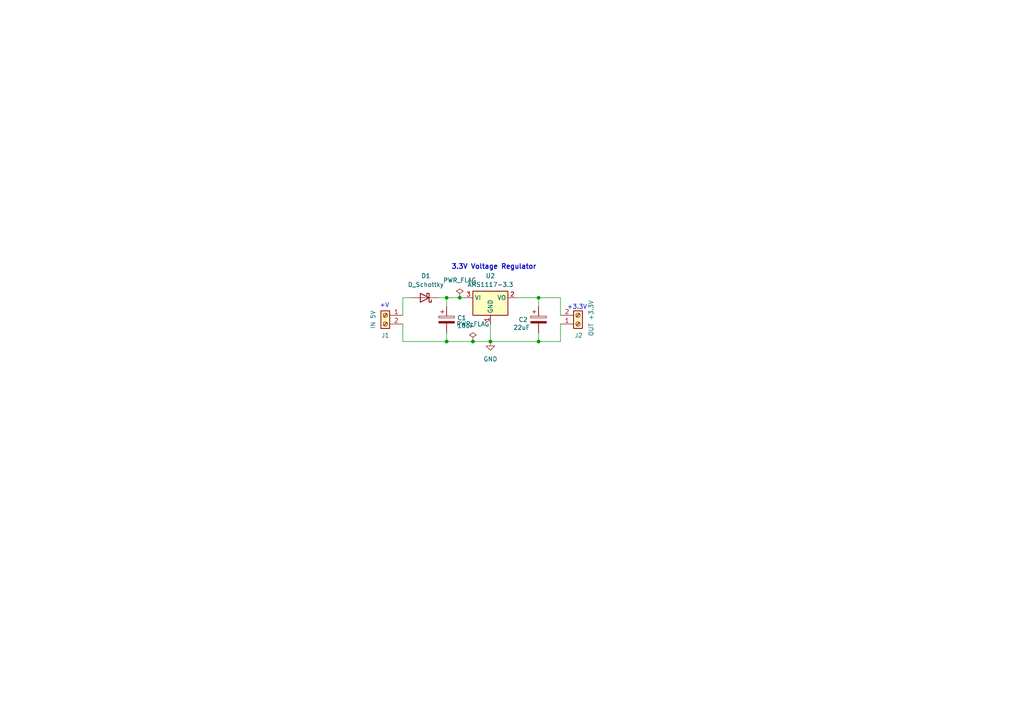
<source format=kicad_sch>
(kicad_sch
	(version 20250114)
	(generator "eeschema")
	(generator_version "9.0")
	(uuid "5e019231-7d63-4ac1-921f-60ce626fa473")
	(paper "A4")
	(lib_symbols
		(symbol "Connector:Screw_Terminal_01x02"
			(pin_names
				(offset 1.016)
				(hide yes)
			)
			(exclude_from_sim no)
			(in_bom yes)
			(on_board yes)
			(property "Reference" "J"
				(at 0 2.54 0)
				(effects
					(font
						(size 1.27 1.27)
					)
				)
			)
			(property "Value" "Screw_Terminal_01x02"
				(at 0 -5.08 0)
				(effects
					(font
						(size 1.27 1.27)
					)
				)
			)
			(property "Footprint" ""
				(at 0 0 0)
				(effects
					(font
						(size 1.27 1.27)
					)
					(hide yes)
				)
			)
			(property "Datasheet" "~"
				(at 0 0 0)
				(effects
					(font
						(size 1.27 1.27)
					)
					(hide yes)
				)
			)
			(property "Description" "Generic screw terminal, single row, 01x02, script generated (kicad-library-utils/schlib/autogen/connector/)"
				(at 0 0 0)
				(effects
					(font
						(size 1.27 1.27)
					)
					(hide yes)
				)
			)
			(property "ki_keywords" "screw terminal"
				(at 0 0 0)
				(effects
					(font
						(size 1.27 1.27)
					)
					(hide yes)
				)
			)
			(property "ki_fp_filters" "TerminalBlock*:*"
				(at 0 0 0)
				(effects
					(font
						(size 1.27 1.27)
					)
					(hide yes)
				)
			)
			(symbol "Screw_Terminal_01x02_1_1"
				(rectangle
					(start -1.27 1.27)
					(end 1.27 -3.81)
					(stroke
						(width 0.254)
						(type default)
					)
					(fill
						(type background)
					)
				)
				(polyline
					(pts
						(xy -0.5334 0.3302) (xy 0.3302 -0.508)
					)
					(stroke
						(width 0.1524)
						(type default)
					)
					(fill
						(type none)
					)
				)
				(polyline
					(pts
						(xy -0.5334 -2.2098) (xy 0.3302 -3.048)
					)
					(stroke
						(width 0.1524)
						(type default)
					)
					(fill
						(type none)
					)
				)
				(polyline
					(pts
						(xy -0.3556 0.508) (xy 0.508 -0.3302)
					)
					(stroke
						(width 0.1524)
						(type default)
					)
					(fill
						(type none)
					)
				)
				(polyline
					(pts
						(xy -0.3556 -2.032) (xy 0.508 -2.8702)
					)
					(stroke
						(width 0.1524)
						(type default)
					)
					(fill
						(type none)
					)
				)
				(circle
					(center 0 0)
					(radius 0.635)
					(stroke
						(width 0.1524)
						(type default)
					)
					(fill
						(type none)
					)
				)
				(circle
					(center 0 -2.54)
					(radius 0.635)
					(stroke
						(width 0.1524)
						(type default)
					)
					(fill
						(type none)
					)
				)
				(pin passive line
					(at -5.08 0 0)
					(length 3.81)
					(name "Pin_1"
						(effects
							(font
								(size 1.27 1.27)
							)
						)
					)
					(number "1"
						(effects
							(font
								(size 1.27 1.27)
							)
						)
					)
				)
				(pin passive line
					(at -5.08 -2.54 0)
					(length 3.81)
					(name "Pin_2"
						(effects
							(font
								(size 1.27 1.27)
							)
						)
					)
					(number "2"
						(effects
							(font
								(size 1.27 1.27)
							)
						)
					)
				)
			)
			(embedded_fonts no)
		)
		(symbol "Device:C_Polarized"
			(pin_numbers
				(hide yes)
			)
			(pin_names
				(offset 0.254)
			)
			(exclude_from_sim no)
			(in_bom yes)
			(on_board yes)
			(property "Reference" "C"
				(at 0.635 2.54 0)
				(effects
					(font
						(size 1.27 1.27)
					)
					(justify left)
				)
			)
			(property "Value" "C_Polarized"
				(at 0.635 -2.54 0)
				(effects
					(font
						(size 1.27 1.27)
					)
					(justify left)
				)
			)
			(property "Footprint" ""
				(at 0.9652 -3.81 0)
				(effects
					(font
						(size 1.27 1.27)
					)
					(hide yes)
				)
			)
			(property "Datasheet" "~"
				(at 0 0 0)
				(effects
					(font
						(size 1.27 1.27)
					)
					(hide yes)
				)
			)
			(property "Description" "Polarized capacitor"
				(at 0 0 0)
				(effects
					(font
						(size 1.27 1.27)
					)
					(hide yes)
				)
			)
			(property "ki_keywords" "cap capacitor"
				(at 0 0 0)
				(effects
					(font
						(size 1.27 1.27)
					)
					(hide yes)
				)
			)
			(property "ki_fp_filters" "CP_*"
				(at 0 0 0)
				(effects
					(font
						(size 1.27 1.27)
					)
					(hide yes)
				)
			)
			(symbol "C_Polarized_0_1"
				(rectangle
					(start -2.286 0.508)
					(end 2.286 1.016)
					(stroke
						(width 0)
						(type default)
					)
					(fill
						(type none)
					)
				)
				(polyline
					(pts
						(xy -1.778 2.286) (xy -0.762 2.286)
					)
					(stroke
						(width 0)
						(type default)
					)
					(fill
						(type none)
					)
				)
				(polyline
					(pts
						(xy -1.27 2.794) (xy -1.27 1.778)
					)
					(stroke
						(width 0)
						(type default)
					)
					(fill
						(type none)
					)
				)
				(rectangle
					(start 2.286 -0.508)
					(end -2.286 -1.016)
					(stroke
						(width 0)
						(type default)
					)
					(fill
						(type outline)
					)
				)
			)
			(symbol "C_Polarized_1_1"
				(pin passive line
					(at 0 3.81 270)
					(length 2.794)
					(name "~"
						(effects
							(font
								(size 1.27 1.27)
							)
						)
					)
					(number "1"
						(effects
							(font
								(size 1.27 1.27)
							)
						)
					)
				)
				(pin passive line
					(at 0 -3.81 90)
					(length 2.794)
					(name "~"
						(effects
							(font
								(size 1.27 1.27)
							)
						)
					)
					(number "2"
						(effects
							(font
								(size 1.27 1.27)
							)
						)
					)
				)
			)
			(embedded_fonts no)
		)
		(symbol "Device:D_Schottky"
			(pin_numbers
				(hide yes)
			)
			(pin_names
				(offset 1.016)
				(hide yes)
			)
			(exclude_from_sim no)
			(in_bom yes)
			(on_board yes)
			(property "Reference" "D"
				(at 0 2.54 0)
				(effects
					(font
						(size 1.27 1.27)
					)
				)
			)
			(property "Value" "D_Schottky"
				(at 0 -2.54 0)
				(effects
					(font
						(size 1.27 1.27)
					)
				)
			)
			(property "Footprint" ""
				(at 0 0 0)
				(effects
					(font
						(size 1.27 1.27)
					)
					(hide yes)
				)
			)
			(property "Datasheet" "~"
				(at 0 0 0)
				(effects
					(font
						(size 1.27 1.27)
					)
					(hide yes)
				)
			)
			(property "Description" "Schottky diode"
				(at 0 0 0)
				(effects
					(font
						(size 1.27 1.27)
					)
					(hide yes)
				)
			)
			(property "ki_keywords" "diode Schottky"
				(at 0 0 0)
				(effects
					(font
						(size 1.27 1.27)
					)
					(hide yes)
				)
			)
			(property "ki_fp_filters" "TO-???* *_Diode_* *SingleDiode* D_*"
				(at 0 0 0)
				(effects
					(font
						(size 1.27 1.27)
					)
					(hide yes)
				)
			)
			(symbol "D_Schottky_0_1"
				(polyline
					(pts
						(xy -1.905 0.635) (xy -1.905 1.27) (xy -1.27 1.27) (xy -1.27 -1.27) (xy -0.635 -1.27) (xy -0.635 -0.635)
					)
					(stroke
						(width 0.254)
						(type default)
					)
					(fill
						(type none)
					)
				)
				(polyline
					(pts
						(xy 1.27 1.27) (xy 1.27 -1.27) (xy -1.27 0) (xy 1.27 1.27)
					)
					(stroke
						(width 0.254)
						(type default)
					)
					(fill
						(type none)
					)
				)
				(polyline
					(pts
						(xy 1.27 0) (xy -1.27 0)
					)
					(stroke
						(width 0)
						(type default)
					)
					(fill
						(type none)
					)
				)
			)
			(symbol "D_Schottky_1_1"
				(pin passive line
					(at -3.81 0 0)
					(length 2.54)
					(name "K"
						(effects
							(font
								(size 1.27 1.27)
							)
						)
					)
					(number "1"
						(effects
							(font
								(size 1.27 1.27)
							)
						)
					)
				)
				(pin passive line
					(at 3.81 0 180)
					(length 2.54)
					(name "A"
						(effects
							(font
								(size 1.27 1.27)
							)
						)
					)
					(number "2"
						(effects
							(font
								(size 1.27 1.27)
							)
						)
					)
				)
			)
			(embedded_fonts no)
		)
		(symbol "Regulator_Linear:AMS1117-3.3"
			(exclude_from_sim no)
			(in_bom yes)
			(on_board yes)
			(property "Reference" "U"
				(at -3.81 3.175 0)
				(effects
					(font
						(size 1.27 1.27)
					)
				)
			)
			(property "Value" "AMS1117-3.3"
				(at 0 3.175 0)
				(effects
					(font
						(size 1.27 1.27)
					)
					(justify left)
				)
			)
			(property "Footprint" "Package_TO_SOT_SMD:SOT-223-3_TabPin2"
				(at 0 5.08 0)
				(effects
					(font
						(size 1.27 1.27)
					)
					(hide yes)
				)
			)
			(property "Datasheet" "http://www.advanced-monolithic.com/pdf/ds1117.pdf"
				(at 2.54 -6.35 0)
				(effects
					(font
						(size 1.27 1.27)
					)
					(hide yes)
				)
			)
			(property "Description" "1A Low Dropout regulator, positive, 3.3V fixed output, SOT-223"
				(at 0 0 0)
				(effects
					(font
						(size 1.27 1.27)
					)
					(hide yes)
				)
			)
			(property "ki_keywords" "linear regulator ldo fixed positive"
				(at 0 0 0)
				(effects
					(font
						(size 1.27 1.27)
					)
					(hide yes)
				)
			)
			(property "ki_fp_filters" "SOT?223*TabPin2*"
				(at 0 0 0)
				(effects
					(font
						(size 1.27 1.27)
					)
					(hide yes)
				)
			)
			(symbol "AMS1117-3.3_0_1"
				(rectangle
					(start -5.08 -5.08)
					(end 5.08 1.905)
					(stroke
						(width 0.254)
						(type default)
					)
					(fill
						(type background)
					)
				)
			)
			(symbol "AMS1117-3.3_1_1"
				(pin power_in line
					(at -7.62 0 0)
					(length 2.54)
					(name "VI"
						(effects
							(font
								(size 1.27 1.27)
							)
						)
					)
					(number "3"
						(effects
							(font
								(size 1.27 1.27)
							)
						)
					)
				)
				(pin power_in line
					(at 0 -7.62 90)
					(length 2.54)
					(name "GND"
						(effects
							(font
								(size 1.27 1.27)
							)
						)
					)
					(number "1"
						(effects
							(font
								(size 1.27 1.27)
							)
						)
					)
				)
				(pin power_out line
					(at 7.62 0 180)
					(length 2.54)
					(name "VO"
						(effects
							(font
								(size 1.27 1.27)
							)
						)
					)
					(number "2"
						(effects
							(font
								(size 1.27 1.27)
							)
						)
					)
				)
			)
			(embedded_fonts no)
		)
		(symbol "power:GND"
			(power)
			(pin_numbers
				(hide yes)
			)
			(pin_names
				(offset 0)
				(hide yes)
			)
			(exclude_from_sim no)
			(in_bom yes)
			(on_board yes)
			(property "Reference" "#PWR"
				(at 0 -6.35 0)
				(effects
					(font
						(size 1.27 1.27)
					)
					(hide yes)
				)
			)
			(property "Value" "GND"
				(at 0 -3.81 0)
				(effects
					(font
						(size 1.27 1.27)
					)
				)
			)
			(property "Footprint" ""
				(at 0 0 0)
				(effects
					(font
						(size 1.27 1.27)
					)
					(hide yes)
				)
			)
			(property "Datasheet" ""
				(at 0 0 0)
				(effects
					(font
						(size 1.27 1.27)
					)
					(hide yes)
				)
			)
			(property "Description" "Power symbol creates a global label with name \"GND\" , ground"
				(at 0 0 0)
				(effects
					(font
						(size 1.27 1.27)
					)
					(hide yes)
				)
			)
			(property "ki_keywords" "global power"
				(at 0 0 0)
				(effects
					(font
						(size 1.27 1.27)
					)
					(hide yes)
				)
			)
			(symbol "GND_0_1"
				(polyline
					(pts
						(xy 0 0) (xy 0 -1.27) (xy 1.27 -1.27) (xy 0 -2.54) (xy -1.27 -1.27) (xy 0 -1.27)
					)
					(stroke
						(width 0)
						(type default)
					)
					(fill
						(type none)
					)
				)
			)
			(symbol "GND_1_1"
				(pin power_in line
					(at 0 0 270)
					(length 0)
					(name "~"
						(effects
							(font
								(size 1.27 1.27)
							)
						)
					)
					(number "1"
						(effects
							(font
								(size 1.27 1.27)
							)
						)
					)
				)
			)
			(embedded_fonts no)
		)
		(symbol "power:PWR_FLAG"
			(power)
			(pin_numbers
				(hide yes)
			)
			(pin_names
				(offset 0)
				(hide yes)
			)
			(exclude_from_sim no)
			(in_bom yes)
			(on_board yes)
			(property "Reference" "#FLG"
				(at 0 1.905 0)
				(effects
					(font
						(size 1.27 1.27)
					)
					(hide yes)
				)
			)
			(property "Value" "PWR_FLAG"
				(at 0 3.81 0)
				(effects
					(font
						(size 1.27 1.27)
					)
				)
			)
			(property "Footprint" ""
				(at 0 0 0)
				(effects
					(font
						(size 1.27 1.27)
					)
					(hide yes)
				)
			)
			(property "Datasheet" "~"
				(at 0 0 0)
				(effects
					(font
						(size 1.27 1.27)
					)
					(hide yes)
				)
			)
			(property "Description" "Special symbol for telling ERC where power comes from"
				(at 0 0 0)
				(effects
					(font
						(size 1.27 1.27)
					)
					(hide yes)
				)
			)
			(property "ki_keywords" "flag power"
				(at 0 0 0)
				(effects
					(font
						(size 1.27 1.27)
					)
					(hide yes)
				)
			)
			(symbol "PWR_FLAG_0_0"
				(pin power_out line
					(at 0 0 90)
					(length 0)
					(name "~"
						(effects
							(font
								(size 1.27 1.27)
							)
						)
					)
					(number "1"
						(effects
							(font
								(size 1.27 1.27)
							)
						)
					)
				)
			)
			(symbol "PWR_FLAG_0_1"
				(polyline
					(pts
						(xy 0 0) (xy 0 1.27) (xy -1.016 1.905) (xy 0 2.54) (xy 1.016 1.905) (xy 0 1.27)
					)
					(stroke
						(width 0)
						(type default)
					)
					(fill
						(type none)
					)
				)
			)
			(embedded_fonts no)
		)
	)
	(text "+3.3V"
		(exclude_from_sim no)
		(at 167.386 89.154 0)
		(effects
			(font
				(size 1.27 1.27)
			)
		)
		(uuid "513dfdce-2cd2-4ac2-8a95-da301739f16e")
	)
	(text "+V"
		(exclude_from_sim no)
		(at 111.506 88.646 0)
		(effects
			(font
				(size 1.27 1.27)
			)
		)
		(uuid "8233ed97-6dc3-4d2f-a7b1-4d6c5ce57173")
	)
	(text "3.3V Voltage Regulator"
		(exclude_from_sim no)
		(at 143.256 77.47 0)
		(effects
			(font
				(size 1.397 1.397)
				(thickness 0.254)
				(bold yes)
			)
		)
		(uuid "e8d2f5ec-a98f-4d47-95fd-fbc3d49429c4")
	)
	(junction
		(at 137.16 99.06)
		(diameter 0)
		(color 0 0 0 0)
		(uuid "0ad986c4-333d-4e00-ad5d-e44c94388fbb")
	)
	(junction
		(at 129.54 86.36)
		(diameter 0)
		(color 0 0 0 0)
		(uuid "1d91d452-521f-4e11-b6d5-1bf92cce7768")
	)
	(junction
		(at 133.35 86.36)
		(diameter 0)
		(color 0 0 0 0)
		(uuid "3eb1e332-76ab-4fc6-bf71-1503f0236460")
	)
	(junction
		(at 142.24 99.06)
		(diameter 0)
		(color 0 0 0 0)
		(uuid "4cc20d3c-6ff1-4043-a947-2898d4777716")
	)
	(junction
		(at 129.54 99.06)
		(diameter 0)
		(color 0 0 0 0)
		(uuid "877985a9-0a2d-4c0c-8e13-6c870cd0073d")
	)
	(junction
		(at 156.21 86.36)
		(diameter 0)
		(color 0 0 0 0)
		(uuid "8c0c3050-41ba-48b5-9c8c-ac33e709f9ea")
	)
	(junction
		(at 156.21 99.06)
		(diameter 0)
		(color 0 0 0 0)
		(uuid "eb17122f-17b8-4b52-b1d2-c9505c61257f")
	)
	(wire
		(pts
			(xy 129.54 88.9) (xy 129.54 86.36)
		)
		(stroke
			(width 0)
			(type default)
		)
		(uuid "05203e82-26fb-4730-8700-d91b511724d6")
	)
	(wire
		(pts
			(xy 129.54 99.06) (xy 137.16 99.06)
		)
		(stroke
			(width 0)
			(type default)
		)
		(uuid "06359af0-9195-46d6-9c5a-46543ec67518")
	)
	(wire
		(pts
			(xy 156.21 96.52) (xy 156.21 99.06)
		)
		(stroke
			(width 0)
			(type default)
		)
		(uuid "254324a9-a08b-4ef7-833c-be4d6ec57459")
	)
	(wire
		(pts
			(xy 116.84 93.98) (xy 116.84 99.06)
		)
		(stroke
			(width 0)
			(type default)
		)
		(uuid "2ee33271-b00b-4502-a0e8-4107b6cd7a59")
	)
	(wire
		(pts
			(xy 116.84 86.36) (xy 116.84 91.44)
		)
		(stroke
			(width 0)
			(type default)
		)
		(uuid "356fdb39-b463-4999-bbc8-ea3ae65482fc")
	)
	(wire
		(pts
			(xy 156.21 99.06) (xy 142.24 99.06)
		)
		(stroke
			(width 0)
			(type default)
		)
		(uuid "39f96169-4e17-4f31-bdef-3a7f57344a76")
	)
	(wire
		(pts
			(xy 156.21 88.9) (xy 156.21 86.36)
		)
		(stroke
			(width 0)
			(type default)
		)
		(uuid "414c18bb-cdee-49cd-b5ce-1167b6370bf9")
	)
	(wire
		(pts
			(xy 142.24 93.98) (xy 142.24 99.06)
		)
		(stroke
			(width 0)
			(type default)
		)
		(uuid "4c72dffd-c86e-438c-8bc5-04177ea80fe0")
	)
	(wire
		(pts
			(xy 137.16 99.06) (xy 142.24 99.06)
		)
		(stroke
			(width 0)
			(type default)
		)
		(uuid "61891255-bebf-4f00-92a8-051298589d31")
	)
	(wire
		(pts
			(xy 127 86.36) (xy 129.54 86.36)
		)
		(stroke
			(width 0)
			(type default)
		)
		(uuid "6727de18-fbca-4f4b-b09f-8b02f7b2008c")
	)
	(wire
		(pts
			(xy 156.21 99.06) (xy 162.56 99.06)
		)
		(stroke
			(width 0)
			(type default)
		)
		(uuid "899ff5f8-b384-4d35-b926-c1830b131db0")
	)
	(wire
		(pts
			(xy 149.86 86.36) (xy 156.21 86.36)
		)
		(stroke
			(width 0)
			(type default)
		)
		(uuid "915605b7-8b4b-4f88-8df5-72be81c534a7")
	)
	(wire
		(pts
			(xy 116.84 99.06) (xy 129.54 99.06)
		)
		(stroke
			(width 0)
			(type default)
		)
		(uuid "9bf8dcd1-071d-45f3-88df-082f2736161a")
	)
	(wire
		(pts
			(xy 133.35 86.36) (xy 134.62 86.36)
		)
		(stroke
			(width 0)
			(type default)
		)
		(uuid "aad79cd7-cc00-412c-8b2c-23ae345ef545")
	)
	(wire
		(pts
			(xy 162.56 91.44) (xy 162.56 86.36)
		)
		(stroke
			(width 0)
			(type default)
		)
		(uuid "b4453444-b014-439b-80bc-663bb710f641")
	)
	(wire
		(pts
			(xy 116.84 86.36) (xy 119.38 86.36)
		)
		(stroke
			(width 0)
			(type default)
		)
		(uuid "c748e6ff-2600-4db4-b876-690d358d66e0")
	)
	(wire
		(pts
			(xy 129.54 86.36) (xy 133.35 86.36)
		)
		(stroke
			(width 0)
			(type default)
		)
		(uuid "c978b9ba-214b-45e5-b86f-5d772fe89727")
	)
	(wire
		(pts
			(xy 162.56 93.98) (xy 162.56 99.06)
		)
		(stroke
			(width 0)
			(type default)
		)
		(uuid "da886ccc-04a4-4d1d-af5a-30f7c243f6a4")
	)
	(wire
		(pts
			(xy 129.54 96.52) (xy 129.54 99.06)
		)
		(stroke
			(width 0)
			(type default)
		)
		(uuid "dc6611b6-b8e2-41cd-a042-c84c4b541c15")
	)
	(wire
		(pts
			(xy 156.21 86.36) (xy 162.56 86.36)
		)
		(stroke
			(width 0)
			(type default)
		)
		(uuid "f1e1633f-b717-4b18-a79c-c3d95f510063")
	)
	(symbol
		(lib_id "Device:D_Schottky")
		(at 123.19 86.36 180)
		(unit 1)
		(exclude_from_sim no)
		(in_bom yes)
		(on_board yes)
		(dnp no)
		(fields_autoplaced yes)
		(uuid "1b2de67c-f616-427c-a92a-16a139af1f04")
		(property "Reference" "D1"
			(at 123.5075 80.01 0)
			(effects
				(font
					(size 1.27 1.27)
				)
			)
		)
		(property "Value" "D_Schottky"
			(at 123.5075 82.55 0)
			(effects
				(font
					(size 1.27 1.27)
				)
			)
		)
		(property "Footprint" "Diode_SMD:D_0805_2012Metric"
			(at 123.19 86.36 0)
			(effects
				(font
					(size 1.27 1.27)
				)
				(hide yes)
			)
		)
		(property "Datasheet" "~"
			(at 123.19 86.36 0)
			(effects
				(font
					(size 1.27 1.27)
				)
				(hide yes)
			)
		)
		(property "Description" "Schottky diode"
			(at 123.19 86.36 0)
			(effects
				(font
					(size 1.27 1.27)
				)
				(hide yes)
			)
		)
		(pin "2"
			(uuid "64282871-3783-4463-b2ad-c268f8b54029")
		)
		(pin "1"
			(uuid "03da7234-f89e-40d1-9dc7-be1823e25d2f")
		)
		(instances
			(project "3.3v reg using ams1117"
				(path "/5e019231-7d63-4ac1-921f-60ce626fa473"
					(reference "D1")
					(unit 1)
				)
			)
		)
	)
	(symbol
		(lib_id "power:PWR_FLAG")
		(at 137.16 99.06 0)
		(unit 1)
		(exclude_from_sim no)
		(in_bom yes)
		(on_board yes)
		(dnp no)
		(fields_autoplaced yes)
		(uuid "265a9f48-38b8-4f02-b92b-047c92a903e5")
		(property "Reference" "#FLG02"
			(at 137.16 97.155 0)
			(effects
				(font
					(size 1.27 1.27)
				)
				(hide yes)
			)
		)
		(property "Value" "PWR_FLAG"
			(at 137.16 93.98 0)
			(effects
				(font
					(size 1.27 1.27)
				)
			)
		)
		(property "Footprint" ""
			(at 137.16 99.06 0)
			(effects
				(font
					(size 1.27 1.27)
				)
				(hide yes)
			)
		)
		(property "Datasheet" "~"
			(at 137.16 99.06 0)
			(effects
				(font
					(size 1.27 1.27)
				)
				(hide yes)
			)
		)
		(property "Description" "Special symbol for telling ERC where power comes from"
			(at 137.16 99.06 0)
			(effects
				(font
					(size 1.27 1.27)
				)
				(hide yes)
			)
		)
		(pin "1"
			(uuid "d3f06755-119f-4cce-b71b-6d3c001ed074")
		)
		(instances
			(project ""
				(path "/5e019231-7d63-4ac1-921f-60ce626fa473"
					(reference "#FLG02")
					(unit 1)
				)
			)
		)
	)
	(symbol
		(lib_id "Connector:Screw_Terminal_01x02")
		(at 111.76 91.44 0)
		(mirror y)
		(unit 1)
		(exclude_from_sim no)
		(in_bom yes)
		(on_board yes)
		(dnp no)
		(uuid "3f10104b-5c4f-4c67-9dd9-fc9a8dbd583e")
		(property "Reference" "J1"
			(at 111.76 97.282 0)
			(effects
				(font
					(size 1.27 1.27)
				)
			)
		)
		(property "Value" "IN 5V"
			(at 108.204 92.71 90)
			(effects
				(font
					(size 1.27 1.27)
				)
			)
		)
		(property "Footprint" "TerminalBlock:TerminalBlock_bornier-2_P5.08mm"
			(at 111.76 91.44 0)
			(effects
				(font
					(size 1.27 1.27)
				)
				(hide yes)
			)
		)
		(property "Datasheet" "~"
			(at 111.76 91.44 0)
			(effects
				(font
					(size 1.27 1.27)
				)
				(hide yes)
			)
		)
		(property "Description" "Generic screw terminal, single row, 01x02, script generated (kicad-library-utils/schlib/autogen/connector/)"
			(at 111.76 91.44 0)
			(effects
				(font
					(size 1.27 1.27)
				)
				(hide yes)
			)
		)
		(pin "1"
			(uuid "48ebcbe3-932f-4691-aad2-86c7fb5c2cda")
		)
		(pin "2"
			(uuid "21219e05-3daf-47e5-8467-d9b2afa08b8c")
		)
		(instances
			(project "3.3v reg using ams1117"
				(path "/5e019231-7d63-4ac1-921f-60ce626fa473"
					(reference "J1")
					(unit 1)
				)
			)
		)
	)
	(symbol
		(lib_id "Connector:Screw_Terminal_01x02")
		(at 167.64 93.98 0)
		(mirror x)
		(unit 1)
		(exclude_from_sim no)
		(in_bom yes)
		(on_board yes)
		(dnp no)
		(uuid "501b27a9-27d1-4ebc-97a8-aeb91d6733e7")
		(property "Reference" "J2"
			(at 166.624 97.282 0)
			(effects
				(font
					(size 1.27 1.27)
				)
				(justify left)
			)
		)
		(property "Value" "OUT +3.3V"
			(at 171.45 97.536 90)
			(effects
				(font
					(size 1.27 1.27)
				)
				(justify right)
			)
		)
		(property "Footprint" "TerminalBlock:TerminalBlock_bornier-2_P5.08mm"
			(at 167.64 93.98 0)
			(effects
				(font
					(size 1.27 1.27)
				)
				(hide yes)
			)
		)
		(property "Datasheet" "~"
			(at 167.64 93.98 0)
			(effects
				(font
					(size 1.27 1.27)
				)
				(hide yes)
			)
		)
		(property "Description" "Generic screw terminal, single row, 01x02, script generated (kicad-library-utils/schlib/autogen/connector/)"
			(at 167.64 93.98 0)
			(effects
				(font
					(size 1.27 1.27)
				)
				(hide yes)
			)
		)
		(pin "1"
			(uuid "f183b5da-ac83-44de-a18e-ad24d891e0d3")
		)
		(pin "2"
			(uuid "3a0d2755-6e40-4845-afd6-6c02a21c6bb0")
		)
		(instances
			(project "3.3v reg using ams1117"
				(path "/5e019231-7d63-4ac1-921f-60ce626fa473"
					(reference "J2")
					(unit 1)
				)
			)
		)
	)
	(symbol
		(lib_id "Device:C_Polarized")
		(at 156.21 92.71 0)
		(unit 1)
		(exclude_from_sim no)
		(in_bom yes)
		(on_board yes)
		(dnp no)
		(uuid "7fb54e3d-bd18-4397-9633-8d708106c2ab")
		(property "Reference" "C2"
			(at 150.368 92.71 0)
			(effects
				(font
					(size 1.27 1.27)
				)
				(justify left)
			)
		)
		(property "Value" "22uF"
			(at 148.844 94.996 0)
			(effects
				(font
					(size 1.27 1.27)
				)
				(justify left)
			)
		)
		(property "Footprint" "Capacitor_THT:CP_Radial_D5.0mm_P2.50mm"
			(at 157.1752 96.52 0)
			(effects
				(font
					(size 1.27 1.27)
				)
				(hide yes)
			)
		)
		(property "Datasheet" "~"
			(at 156.21 92.71 0)
			(effects
				(font
					(size 1.27 1.27)
				)
				(hide yes)
			)
		)
		(property "Description" "Polarized capacitor"
			(at 156.21 92.71 0)
			(effects
				(font
					(size 1.27 1.27)
				)
				(hide yes)
			)
		)
		(pin "2"
			(uuid "e23121ad-a57a-47e5-bdd6-257e07a7394e")
		)
		(pin "1"
			(uuid "0f2455c8-d4a9-49eb-8087-d6d2bcddf920")
		)
		(instances
			(project "3.3v reg using ams1117"
				(path "/5e019231-7d63-4ac1-921f-60ce626fa473"
					(reference "C2")
					(unit 1)
				)
			)
		)
	)
	(symbol
		(lib_id "power:GND")
		(at 142.24 99.06 0)
		(unit 1)
		(exclude_from_sim no)
		(in_bom yes)
		(on_board yes)
		(dnp no)
		(fields_autoplaced yes)
		(uuid "9533079f-15eb-4ae9-8fc5-8a76c9e2b650")
		(property "Reference" "#PWR01"
			(at 142.24 105.41 0)
			(effects
				(font
					(size 1.27 1.27)
				)
				(hide yes)
			)
		)
		(property "Value" "GND"
			(at 142.24 104.14 0)
			(effects
				(font
					(size 1.27 1.27)
				)
			)
		)
		(property "Footprint" ""
			(at 142.24 99.06 0)
			(effects
				(font
					(size 1.27 1.27)
				)
				(hide yes)
			)
		)
		(property "Datasheet" ""
			(at 142.24 99.06 0)
			(effects
				(font
					(size 1.27 1.27)
				)
				(hide yes)
			)
		)
		(property "Description" "Power symbol creates a global label with name \"GND\" , ground"
			(at 142.24 99.06 0)
			(effects
				(font
					(size 1.27 1.27)
				)
				(hide yes)
			)
		)
		(pin "1"
			(uuid "8cfaf830-187f-4f41-868b-baf6674b830f")
		)
		(instances
			(project "3.3v reg using ams1117"
				(path "/5e019231-7d63-4ac1-921f-60ce626fa473"
					(reference "#PWR01")
					(unit 1)
				)
			)
		)
	)
	(symbol
		(lib_id "Regulator_Linear:AMS1117-3.3")
		(at 142.24 86.36 0)
		(unit 1)
		(exclude_from_sim no)
		(in_bom yes)
		(on_board yes)
		(dnp no)
		(fields_autoplaced yes)
		(uuid "95b202b0-2f0a-4891-9c73-d20e41a1854a")
		(property "Reference" "U2"
			(at 142.24 80.01 0)
			(effects
				(font
					(size 1.27 1.27)
				)
			)
		)
		(property "Value" "AMS1117-3.3"
			(at 142.24 82.55 0)
			(effects
				(font
					(size 1.27 1.27)
				)
			)
		)
		(property "Footprint" "Package_TO_SOT_SMD:SOT-223-3_TabPin2"
			(at 142.24 81.28 0)
			(effects
				(font
					(size 1.27 1.27)
				)
				(hide yes)
			)
		)
		(property "Datasheet" "http://www.advanced-monolithic.com/pdf/ds1117.pdf"
			(at 144.78 92.71 0)
			(effects
				(font
					(size 1.27 1.27)
				)
				(hide yes)
			)
		)
		(property "Description" "1A Low Dropout regulator, positive, 3.3V fixed output, SOT-223"
			(at 142.24 86.36 0)
			(effects
				(font
					(size 1.27 1.27)
				)
				(hide yes)
			)
		)
		(pin "1"
			(uuid "b3f967fa-9da2-49b5-bf6e-e3532a38cc68")
		)
		(pin "3"
			(uuid "18bed98c-4c78-487b-b9d5-5c1362ddcb54")
		)
		(pin "2"
			(uuid "a2aff38a-035d-41b9-a3e2-066ea39c9178")
		)
		(instances
			(project "3.3v reg using ams1117"
				(path "/5e019231-7d63-4ac1-921f-60ce626fa473"
					(reference "U2")
					(unit 1)
				)
			)
		)
	)
	(symbol
		(lib_id "Device:C_Polarized")
		(at 129.54 92.71 0)
		(unit 1)
		(exclude_from_sim no)
		(in_bom yes)
		(on_board yes)
		(dnp no)
		(uuid "a6e9bbe6-39a5-4a63-9593-04d2b4a7085f")
		(property "Reference" "C1"
			(at 132.588 92.202 0)
			(effects
				(font
					(size 1.27 1.27)
				)
				(justify left)
			)
		)
		(property "Value" "10uF"
			(at 132.588 94.488 0)
			(effects
				(font
					(size 1.27 1.27)
				)
				(justify left)
			)
		)
		(property "Footprint" "Capacitor_THT:CP_Radial_D5.0mm_P2.50mm"
			(at 130.5052 96.52 0)
			(effects
				(font
					(size 1.27 1.27)
				)
				(hide yes)
			)
		)
		(property "Datasheet" "~"
			(at 129.54 92.71 0)
			(effects
				(font
					(size 1.27 1.27)
				)
				(hide yes)
			)
		)
		(property "Description" "Polarized capacitor"
			(at 129.54 92.71 0)
			(effects
				(font
					(size 1.27 1.27)
				)
				(hide yes)
			)
		)
		(pin "2"
			(uuid "f3d71b21-47e5-4cf3-ad21-57813e45c2bd")
		)
		(pin "1"
			(uuid "db2495ec-8b34-4485-9138-f59db81a04e8")
		)
		(instances
			(project "3.3v reg using ams1117"
				(path "/5e019231-7d63-4ac1-921f-60ce626fa473"
					(reference "C1")
					(unit 1)
				)
			)
		)
	)
	(symbol
		(lib_id "power:PWR_FLAG")
		(at 133.35 86.36 0)
		(unit 1)
		(exclude_from_sim no)
		(in_bom yes)
		(on_board yes)
		(dnp no)
		(fields_autoplaced yes)
		(uuid "a799c76a-e453-4093-88b5-c65511f33594")
		(property "Reference" "#FLG01"
			(at 133.35 84.455 0)
			(effects
				(font
					(size 1.27 1.27)
				)
				(hide yes)
			)
		)
		(property "Value" "PWR_FLAG"
			(at 133.35 81.28 0)
			(effects
				(font
					(size 1.27 1.27)
				)
			)
		)
		(property "Footprint" ""
			(at 133.35 86.36 0)
			(effects
				(font
					(size 1.27 1.27)
				)
				(hide yes)
			)
		)
		(property "Datasheet" "~"
			(at 133.35 86.36 0)
			(effects
				(font
					(size 1.27 1.27)
				)
				(hide yes)
			)
		)
		(property "Description" "Special symbol for telling ERC where power comes from"
			(at 133.35 86.36 0)
			(effects
				(font
					(size 1.27 1.27)
				)
				(hide yes)
			)
		)
		(pin "1"
			(uuid "5c29a9d1-8de0-4574-a5d2-6d5346f90b71")
		)
		(instances
			(project ""
				(path "/5e019231-7d63-4ac1-921f-60ce626fa473"
					(reference "#FLG01")
					(unit 1)
				)
			)
		)
	)
	(sheet_instances
		(path "/"
			(page "1")
		)
	)
	(embedded_fonts no)
)

</source>
